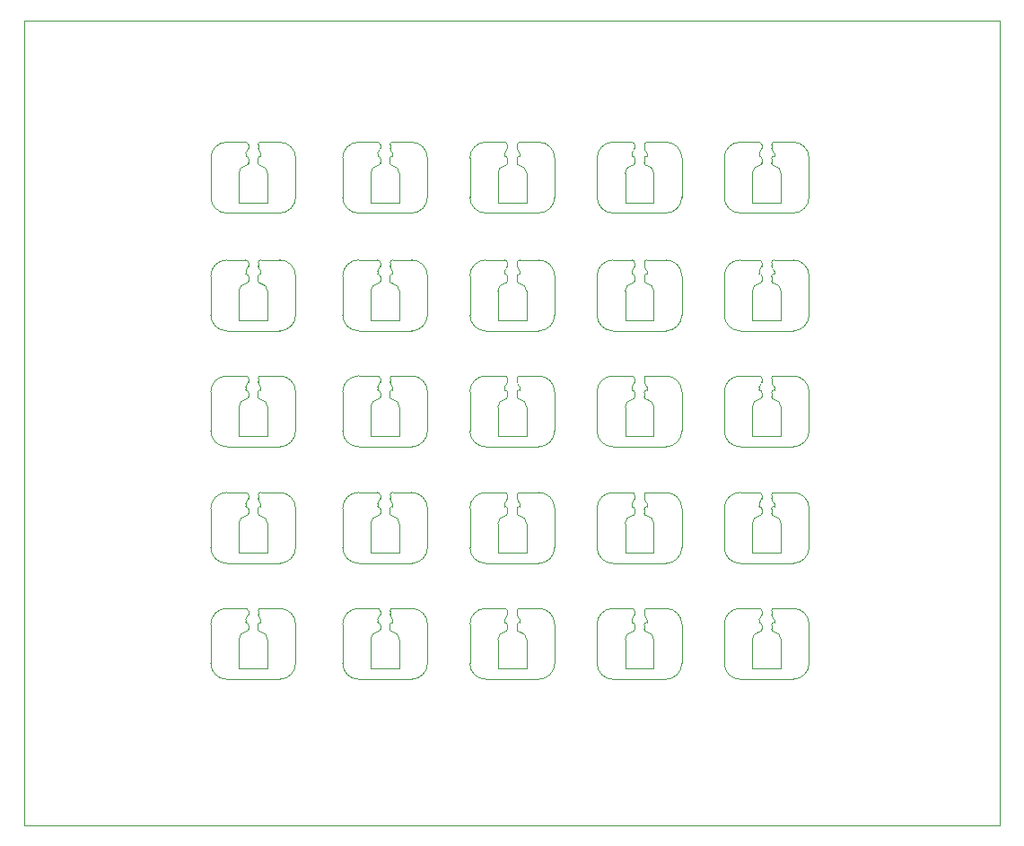
<source format=gm1>
%TF.GenerationSoftware,KiCad,Pcbnew,(6.0.0)*%
%TF.CreationDate,2022-01-23T05:48:29-08:00*%
%TF.ProjectId,headstage-64s-coax-adapter_panel,68656164-7374-4616-9765-2d3634732d63,A*%
%TF.SameCoordinates,Original*%
%TF.FileFunction,Profile,NP*%
%FSLAX46Y46*%
G04 Gerber Fmt 4.6, Leading zero omitted, Abs format (unit mm)*
G04 Created by KiCad (PCBNEW (6.0.0)) date 2022-01-23 05:48:29*
%MOMM*%
%LPD*%
G01*
G04 APERTURE LIST*
%TA.AperFunction,Profile*%
%ADD10C,0.050000*%
%TD*%
G04 APERTURE END LIST*
D10*
X183650001Y-62918479D02*
X183650001Y-63315076D01*
X185700001Y-68039340D02*
G75*
G03*
X187200001Y-66539340I-1J1500001D01*
G01*
X194606063Y-62212125D02*
G75*
G03*
X194733367Y-61930209I-178077J250115D01*
G01*
X180700001Y-68039340D02*
X185700001Y-68039340D01*
X204700001Y-68039340D02*
X209700001Y-68039340D01*
X194503554Y-63561523D02*
G75*
G03*
X194750001Y-63315076I-1J246448D01*
G01*
X207906062Y-62400000D02*
G75*
G03*
X207789949Y-62212125I-210052J-1D01*
G01*
X206733367Y-61600000D02*
G75*
G03*
X206480001Y-61350000I-250022J0D01*
G01*
X197700001Y-68039340D02*
G75*
G03*
X199200001Y-66539340I-1J1500001D01*
G01*
X171906062Y-62672032D02*
X171906062Y-62400000D01*
X203200001Y-62850000D02*
X203200001Y-66539340D01*
X181850001Y-64287259D02*
X181850001Y-67039340D01*
X182480001Y-61350000D02*
X180700001Y-61350000D01*
X171906062Y-62400000D02*
G75*
G03*
X171789949Y-62212125I-210052J-1D01*
G01*
X182750001Y-63315076D02*
X182750001Y-62918479D01*
X194480001Y-61350000D02*
X192700001Y-61350000D01*
X206606063Y-62212125D02*
G75*
G03*
X206489950Y-62400000I93939J-187876D01*
G01*
X182733367Y-61930209D02*
X182733367Y-61600000D01*
X183650001Y-63315076D02*
G75*
G03*
X183896448Y-63561523I246448J1D01*
G01*
X205850001Y-64287259D02*
X205850001Y-67039340D01*
X195662645Y-61930209D02*
G75*
G03*
X195789949Y-62212125I305381J-31801D01*
G01*
X206750001Y-62918479D02*
G75*
G03*
X206489950Y-62672032I-246803J0D01*
G01*
X208550001Y-67039340D02*
X208550001Y-64287259D01*
X207920001Y-61350000D02*
G75*
G03*
X207662645Y-61600000I-10460J-246696D01*
G01*
X204700001Y-61350000D02*
G75*
G03*
X203200001Y-62850000I1J-1500001D01*
G01*
X195650001Y-62918479D02*
X195650001Y-63315076D01*
X182503554Y-63561523D02*
G75*
G03*
X182750001Y-63315076I-1J246448D01*
G01*
X195662645Y-61600000D02*
X195662645Y-61930209D01*
X207662645Y-61600000D02*
X207662645Y-61930209D01*
X182733367Y-61600000D02*
G75*
G03*
X182480001Y-61350000I-250022J0D01*
G01*
X207910052Y-62672032D02*
G75*
G03*
X207650001Y-62918479I-13249J-246446D01*
G01*
X206733367Y-61930209D02*
X206733367Y-61600000D01*
X207906062Y-62672032D02*
X207906062Y-62400000D01*
X206750001Y-63315076D02*
X206750001Y-62918479D01*
X195920001Y-61350000D02*
G75*
G03*
X195662645Y-61600000I-10460J-246696D01*
G01*
X211200001Y-62850000D02*
G75*
G03*
X209700001Y-61350000I-1500001J-1D01*
G01*
X192700001Y-68039340D02*
X197700001Y-68039340D01*
X191200001Y-62850000D02*
X191200001Y-66539340D01*
X207650001Y-63315076D02*
G75*
G03*
X207896448Y-63561523I246448J1D01*
G01*
X194750001Y-62918479D02*
G75*
G03*
X194489950Y-62672032I-246803J0D01*
G01*
X206503554Y-63561523D02*
G75*
G03*
X205850001Y-64287259I76166J-725733D01*
G01*
X199200001Y-62850000D02*
G75*
G03*
X197700001Y-61350000I-1500001J-1D01*
G01*
X209700001Y-68039340D02*
G75*
G03*
X211200001Y-66539340I-1J1500001D01*
G01*
X194606063Y-62212125D02*
G75*
G03*
X194489950Y-62400000I93939J-187876D01*
G01*
X194503554Y-63561523D02*
G75*
G03*
X193850001Y-64287259I76166J-725733D01*
G01*
X183906062Y-62672032D02*
X183906062Y-62400000D01*
X183906062Y-62400000D02*
G75*
G03*
X183789949Y-62212125I-210052J-1D01*
G01*
X192700001Y-61350000D02*
G75*
G03*
X191200001Y-62850000I1J-1500001D01*
G01*
X182606063Y-62212125D02*
G75*
G03*
X182489950Y-62400000I93939J-187876D01*
G01*
X184550001Y-67039340D02*
X184550001Y-64287259D01*
X170503554Y-63561523D02*
G75*
G03*
X169850001Y-64287259I76166J-725733D01*
G01*
X180700001Y-61350000D02*
G75*
G03*
X179200001Y-62850000I1J-1500001D01*
G01*
X194750001Y-63315076D02*
X194750001Y-62918479D01*
X205850001Y-67039340D02*
X208550001Y-67039340D01*
X208550001Y-64287259D02*
G75*
G03*
X207896448Y-63561523I-729725J-3D01*
G01*
X183910052Y-62672032D02*
G75*
G03*
X183650001Y-62918479I-13249J-246446D01*
G01*
X158310661Y-62918479D02*
G75*
G03*
X158050610Y-62672032I-246803J0D01*
G01*
X206489950Y-62400000D02*
X206489950Y-62672032D01*
X203200001Y-66539340D02*
G75*
G03*
X204700001Y-68039340I1500001J1D01*
G01*
X183662645Y-61600000D02*
X183662645Y-61930209D01*
X158040661Y-61350000D02*
X156260661Y-61350000D01*
X175200001Y-62850000D02*
G75*
G03*
X173700001Y-61350000I-1500001J-1D01*
G01*
X158166723Y-62212125D02*
G75*
G03*
X158294027Y-61930209I-178077J250115D01*
G01*
X194489950Y-62400000D02*
X194489950Y-62672032D01*
X169850001Y-67039340D02*
X172550001Y-67039340D01*
X159210661Y-62918479D02*
X159210661Y-63315076D01*
X175200001Y-66539340D02*
X175200001Y-62850000D01*
X195906062Y-62672032D02*
X195906062Y-62400000D01*
X182606063Y-62212125D02*
G75*
G03*
X182733367Y-61930209I-178077J250115D01*
G01*
X172550001Y-67039340D02*
X172550001Y-64287259D01*
X167200001Y-66539340D02*
G75*
G03*
X168700001Y-68039340I1500001J1D01*
G01*
X185700001Y-61350000D02*
X183920001Y-61350000D01*
X197700001Y-61350000D02*
X195920001Y-61350000D01*
X172550001Y-64287259D02*
G75*
G03*
X171896448Y-63561523I-729725J-3D01*
G01*
X206480001Y-61350000D02*
X204700001Y-61350000D01*
X187200001Y-66539340D02*
X187200001Y-62850000D01*
X159466722Y-62400000D02*
G75*
G03*
X159350609Y-62212125I-210052J-1D01*
G01*
X158166723Y-62212125D02*
G75*
G03*
X158050610Y-62400000I93939J-187876D01*
G01*
X170503554Y-63561523D02*
G75*
G03*
X170750001Y-63315076I-1J246448D01*
G01*
X159223305Y-61600000D02*
X159223305Y-61930209D01*
X170750001Y-62918479D02*
G75*
G03*
X170489950Y-62672032I-246803J0D01*
G01*
X187200001Y-62850000D02*
G75*
G03*
X185700001Y-61350000I-1500001J-1D01*
G01*
X181850001Y-67039340D02*
X184550001Y-67039340D01*
X194733367Y-61600000D02*
G75*
G03*
X194480001Y-61350000I-250022J0D01*
G01*
X195906062Y-62400000D02*
G75*
G03*
X195789949Y-62212125I-210052J-1D01*
G01*
X194733367Y-61930209D02*
X194733367Y-61600000D01*
X156260661Y-61350000D02*
G75*
G03*
X154760661Y-62850000I1J-1500001D01*
G01*
X191200001Y-66539340D02*
G75*
G03*
X192700001Y-68039340I1500001J1D01*
G01*
X168700001Y-68039340D02*
X173700001Y-68039340D01*
X206503554Y-63561523D02*
G75*
G03*
X206750001Y-63315076I-1J246448D01*
G01*
X207650001Y-62918479D02*
X207650001Y-63315076D01*
X179200001Y-62850000D02*
X179200001Y-66539340D01*
X170733367Y-61930209D02*
X170733367Y-61600000D01*
X160110661Y-67039340D02*
X160110661Y-64287259D01*
X158064214Y-63561523D02*
G75*
G03*
X158310661Y-63315076I-1J246448D01*
G01*
X207662645Y-61930209D02*
G75*
G03*
X207789949Y-62212125I305381J-31801D01*
G01*
X211200001Y-66539340D02*
X211200001Y-62850000D01*
X179200001Y-66539340D02*
G75*
G03*
X180700001Y-68039340I1500001J1D01*
G01*
X193850001Y-67039340D02*
X196550001Y-67039340D01*
X171662645Y-61930209D02*
G75*
G03*
X171789949Y-62212125I305381J-31801D01*
G01*
X193850001Y-64287259D02*
X193850001Y-67039340D01*
X158294027Y-61600000D02*
G75*
G03*
X158040661Y-61350000I-250022J0D01*
G01*
X167200001Y-62850000D02*
X167200001Y-66539340D01*
X183662645Y-61930209D02*
G75*
G03*
X183789949Y-62212125I305381J-31801D01*
G01*
X154760661Y-66539340D02*
G75*
G03*
X156260661Y-68039340I1500001J1D01*
G01*
X170480001Y-61350000D02*
X168700001Y-61350000D01*
X159480661Y-61350000D02*
G75*
G03*
X159223305Y-61600000I-10460J-246696D01*
G01*
X196550001Y-67039340D02*
X196550001Y-64287259D01*
X170489950Y-62400000D02*
X170489950Y-62672032D01*
X209700001Y-61350000D02*
X207920001Y-61350000D01*
X196550001Y-64287259D02*
G75*
G03*
X195896448Y-63561523I-729725J-3D01*
G01*
X206606063Y-62212125D02*
G75*
G03*
X206733367Y-61930209I-178077J250115D01*
G01*
X160110661Y-64287259D02*
G75*
G03*
X159457108Y-63561523I-729725J-3D01*
G01*
X158310661Y-63315076D02*
X158310661Y-62918479D01*
X162760661Y-66539340D02*
X162760661Y-62850000D01*
X159210661Y-63315076D02*
G75*
G03*
X159457108Y-63561523I246448J1D01*
G01*
X171662645Y-61600000D02*
X171662645Y-61930209D01*
X173700001Y-68039340D02*
G75*
G03*
X175200001Y-66539340I-1J1500001D01*
G01*
X182750001Y-62918479D02*
G75*
G03*
X182489950Y-62672032I-246803J0D01*
G01*
X184550001Y-64287259D02*
G75*
G03*
X183896448Y-63561523I-729725J-3D01*
G01*
X171910052Y-62672032D02*
G75*
G03*
X171650001Y-62918479I-13249J-246446D01*
G01*
X158050610Y-62400000D02*
X158050610Y-62672032D01*
X158294027Y-61930209D02*
X158294027Y-61600000D01*
X183920001Y-61350000D02*
G75*
G03*
X183662645Y-61600000I-10460J-246696D01*
G01*
X159470712Y-62672032D02*
G75*
G03*
X159210661Y-62918479I-13249J-246446D01*
G01*
X170750001Y-63315076D02*
X170750001Y-62918479D01*
X170733367Y-61600000D02*
G75*
G03*
X170480001Y-61350000I-250022J0D01*
G01*
X156260661Y-68039340D02*
X161260661Y-68039340D01*
X161260661Y-61350000D02*
X159480661Y-61350000D01*
X173700001Y-61350000D02*
X171920001Y-61350000D01*
X171920001Y-61350000D02*
G75*
G03*
X171662645Y-61600000I-10460J-246696D01*
G01*
X195910052Y-62672032D02*
G75*
G03*
X195650001Y-62918479I-13249J-246446D01*
G01*
X154760661Y-62850000D02*
X154760661Y-66539340D01*
X195650001Y-63315076D02*
G75*
G03*
X195896448Y-63561523I246448J1D01*
G01*
X168700001Y-61350000D02*
G75*
G03*
X167200001Y-62850000I1J-1500001D01*
G01*
X159223305Y-61930209D02*
G75*
G03*
X159350609Y-62212125I305381J-31801D01*
G01*
X182489950Y-62400000D02*
X182489950Y-62672032D01*
X157410661Y-67039340D02*
X160110661Y-67039340D01*
X170606063Y-62212125D02*
G75*
G03*
X170489950Y-62400000I93939J-187876D01*
G01*
X182503554Y-63561523D02*
G75*
G03*
X181850001Y-64287259I76166J-725733D01*
G01*
X162760661Y-62850000D02*
G75*
G03*
X161260661Y-61350000I-1500001J-1D01*
G01*
X158064214Y-63561523D02*
G75*
G03*
X157410661Y-64287259I76166J-725733D01*
G01*
X161260661Y-68039340D02*
G75*
G03*
X162760661Y-66539340I-1J1500001D01*
G01*
X199200001Y-66539340D02*
X199200001Y-62850000D01*
X159466722Y-62672032D02*
X159466722Y-62400000D01*
X171650001Y-62918479D02*
X171650001Y-63315076D01*
X169850001Y-64287259D02*
X169850001Y-67039340D01*
X157410661Y-64287259D02*
X157410661Y-67039340D01*
X171650001Y-63315076D02*
G75*
G03*
X171896448Y-63561523I246448J1D01*
G01*
X170606063Y-62212125D02*
G75*
G03*
X170733367Y-61930209I-178077J250115D01*
G01*
X207920001Y-72471321D02*
G75*
G03*
X207662645Y-72721321I-10460J-246696D01*
G01*
X207906062Y-73521321D02*
G75*
G03*
X207789949Y-73333446I-210052J-1D01*
G01*
X195920001Y-72471321D02*
G75*
G03*
X195662645Y-72721321I-10460J-246696D01*
G01*
X206733367Y-72721321D02*
G75*
G03*
X206480001Y-72471321I-250022J0D01*
G01*
X205850001Y-75408580D02*
X205850001Y-78160661D01*
X207662645Y-72721321D02*
X207662645Y-73051530D01*
X206750001Y-74436397D02*
X206750001Y-74039800D01*
X206733367Y-73051530D02*
X206733367Y-72721321D01*
X207910052Y-73793353D02*
G75*
G03*
X207650001Y-74039800I-13249J-246446D01*
G01*
X204700001Y-79160661D02*
X209700001Y-79160661D01*
X203200001Y-73971321D02*
X203200001Y-77660661D01*
X207906062Y-73793353D02*
X207906062Y-73521321D01*
X211200001Y-73971321D02*
G75*
G03*
X209700001Y-72471321I-1500001J-1D01*
G01*
X192700001Y-72471321D02*
G75*
G03*
X191200001Y-73971321I1J-1500001D01*
G01*
X194606063Y-73333446D02*
G75*
G03*
X194489950Y-73521321I93939J-187876D01*
G01*
X182480001Y-72471321D02*
X180700001Y-72471321D01*
X207650001Y-74436397D02*
G75*
G03*
X207896448Y-74682844I246448J1D01*
G01*
X194503554Y-74682844D02*
G75*
G03*
X194750001Y-74436397I-1J246448D01*
G01*
X191200001Y-73971321D02*
X191200001Y-77660661D01*
X192700001Y-79160661D02*
X197700001Y-79160661D01*
X183650001Y-74039800D02*
X183650001Y-74436397D01*
X180700001Y-79160661D02*
X185700001Y-79160661D01*
X182733367Y-72721321D02*
G75*
G03*
X182480001Y-72471321I-250022J0D01*
G01*
X181850001Y-75408580D02*
X181850001Y-78160661D01*
X194503554Y-74682844D02*
G75*
G03*
X193850001Y-75408580I76166J-725733D01*
G01*
X194750001Y-74039800D02*
G75*
G03*
X194489950Y-73793353I-246803J0D01*
G01*
X183906062Y-73521321D02*
G75*
G03*
X183789949Y-73333446I-210052J-1D01*
G01*
X185700001Y-79160661D02*
G75*
G03*
X187200001Y-77660661I-1J1500001D01*
G01*
X171906062Y-73521321D02*
G75*
G03*
X171789949Y-73333446I-210052J-1D01*
G01*
X182750001Y-74436397D02*
X182750001Y-74039800D01*
X199200001Y-73971321D02*
G75*
G03*
X197700001Y-72471321I-1500001J-1D01*
G01*
X197700001Y-79160661D02*
G75*
G03*
X199200001Y-77660661I-1J1500001D01*
G01*
X183906062Y-73793353D02*
X183906062Y-73521321D01*
X209700001Y-79160661D02*
G75*
G03*
X211200001Y-77660661I-1J1500001D01*
G01*
X204700001Y-72471321D02*
G75*
G03*
X203200001Y-73971321I1J-1500001D01*
G01*
X206503554Y-74682844D02*
G75*
G03*
X205850001Y-75408580I76166J-725733D01*
G01*
X194606063Y-73333446D02*
G75*
G03*
X194733367Y-73051530I-178077J250115D01*
G01*
X171906062Y-73793353D02*
X171906062Y-73521321D01*
X206750001Y-74039800D02*
G75*
G03*
X206489950Y-73793353I-246803J0D01*
G01*
X206606063Y-73333446D02*
G75*
G03*
X206489950Y-73521321I93939J-187876D01*
G01*
X195662645Y-72721321D02*
X195662645Y-73051530D01*
X208550001Y-78160661D02*
X208550001Y-75408580D01*
X182733367Y-73051530D02*
X182733367Y-72721321D01*
X183650001Y-74436397D02*
G75*
G03*
X183896448Y-74682844I246448J1D01*
G01*
X194480001Y-72471321D02*
X192700001Y-72471321D01*
X182503554Y-74682844D02*
G75*
G03*
X182750001Y-74436397I-1J246448D01*
G01*
X195650001Y-74039800D02*
X195650001Y-74436397D01*
X195662645Y-73051530D02*
G75*
G03*
X195789949Y-73333446I305381J-31801D01*
G01*
X196550001Y-78160661D02*
X196550001Y-75408580D01*
X206606063Y-73333446D02*
G75*
G03*
X206733367Y-73051530I-178077J250115D01*
G01*
X184550001Y-78160661D02*
X184550001Y-75408580D01*
X207662645Y-73051530D02*
G75*
G03*
X207789949Y-73333446I305381J-31801D01*
G01*
X194750001Y-74436397D02*
X194750001Y-74039800D01*
X205850001Y-78160661D02*
X208550001Y-78160661D01*
X208550001Y-75408580D02*
G75*
G03*
X207896448Y-74682844I-729725J-3D01*
G01*
X206489950Y-73521321D02*
X206489950Y-73793353D01*
X194733367Y-72721321D02*
G75*
G03*
X194480001Y-72471321I-250022J0D01*
G01*
X182606063Y-73333446D02*
G75*
G03*
X182733367Y-73051530I-178077J250115D01*
G01*
X195906062Y-73793353D02*
X195906062Y-73521321D01*
X206503554Y-74682844D02*
G75*
G03*
X206750001Y-74436397I-1J246448D01*
G01*
X194733367Y-73051530D02*
X194733367Y-72721321D01*
X203200001Y-77660661D02*
G75*
G03*
X204700001Y-79160661I1500001J1D01*
G01*
X185700001Y-72471321D02*
X183920001Y-72471321D01*
X207650001Y-74039800D02*
X207650001Y-74436397D01*
X196550001Y-75408580D02*
G75*
G03*
X195896448Y-74682844I-729725J-3D01*
G01*
X211200001Y-77660661D02*
X211200001Y-73971321D01*
X195906062Y-73521321D02*
G75*
G03*
X195789949Y-73333446I-210052J-1D01*
G01*
X179200001Y-77660661D02*
G75*
G03*
X180700001Y-79160661I1500001J1D01*
G01*
X180700001Y-72471321D02*
G75*
G03*
X179200001Y-73971321I1J-1500001D01*
G01*
X197700001Y-72471321D02*
X195920001Y-72471321D01*
X179200001Y-73971321D02*
X179200001Y-77660661D01*
X183910052Y-73793353D02*
G75*
G03*
X183650001Y-74039800I-13249J-246446D01*
G01*
X171662645Y-73051530D02*
G75*
G03*
X171789949Y-73333446I305381J-31801D01*
G01*
X187200001Y-77660661D02*
X187200001Y-73971321D01*
X191200001Y-77660661D02*
G75*
G03*
X192700001Y-79160661I1500001J1D01*
G01*
X183662645Y-72721321D02*
X183662645Y-73051530D01*
X193850001Y-78160661D02*
X196550001Y-78160661D01*
X209700001Y-72471321D02*
X207920001Y-72471321D01*
X206480001Y-72471321D02*
X204700001Y-72471321D01*
X183662645Y-73051530D02*
G75*
G03*
X183789949Y-73333446I305381J-31801D01*
G01*
X158310661Y-74039800D02*
G75*
G03*
X158050610Y-73793353I-246803J0D01*
G01*
X170733367Y-73051530D02*
X170733367Y-72721321D01*
X194489950Y-73521321D02*
X194489950Y-73793353D01*
X167200001Y-77660661D02*
G75*
G03*
X168700001Y-79160661I1500001J1D01*
G01*
X156260661Y-72471321D02*
G75*
G03*
X154760661Y-73971321I1J-1500001D01*
G01*
X159210661Y-74039800D02*
X159210661Y-74436397D01*
X172550001Y-75408580D02*
G75*
G03*
X171896448Y-74682844I-729725J-3D01*
G01*
X159466722Y-73521321D02*
G75*
G03*
X159350609Y-73333446I-210052J-1D01*
G01*
X187200001Y-73971321D02*
G75*
G03*
X185700001Y-72471321I-1500001J-1D01*
G01*
X193850001Y-75408580D02*
X193850001Y-78160661D01*
X170480001Y-72471321D02*
X168700001Y-72471321D01*
X182606063Y-73333446D02*
G75*
G03*
X182489950Y-73521321I93939J-187876D01*
G01*
X181850001Y-78160661D02*
X184550001Y-78160661D01*
X175200001Y-77660661D02*
X175200001Y-73971321D01*
X158166723Y-73333446D02*
G75*
G03*
X158294027Y-73051530I-178077J250115D01*
G01*
X168700001Y-79160661D02*
X173700001Y-79160661D01*
X158166723Y-73333446D02*
G75*
G03*
X158050610Y-73521321I93939J-187876D01*
G01*
X170503554Y-74682844D02*
G75*
G03*
X169850001Y-75408580I76166J-725733D01*
G01*
X160110661Y-78160661D02*
X160110661Y-75408580D01*
X170503554Y-74682844D02*
G75*
G03*
X170750001Y-74436397I-1J246448D01*
G01*
X169850001Y-78160661D02*
X172550001Y-78160661D01*
X170750001Y-74039800D02*
G75*
G03*
X170489950Y-73793353I-246803J0D01*
G01*
X158040661Y-72471321D02*
X156260661Y-72471321D01*
X167200001Y-73971321D02*
X167200001Y-77660661D01*
X159480661Y-72471321D02*
G75*
G03*
X159223305Y-72721321I-10460J-246696D01*
G01*
X158064214Y-74682844D02*
G75*
G03*
X158310661Y-74436397I-1J246448D01*
G01*
X154760661Y-77660661D02*
G75*
G03*
X156260661Y-79160661I1500001J1D01*
G01*
X170489950Y-73521321D02*
X170489950Y-73793353D01*
X175200001Y-73971321D02*
G75*
G03*
X173700001Y-72471321I-1500001J-1D01*
G01*
X158294027Y-72721321D02*
G75*
G03*
X158040661Y-72471321I-250022J0D01*
G01*
X172550001Y-78160661D02*
X172550001Y-75408580D01*
X159223305Y-72721321D02*
X159223305Y-73051530D01*
X171920001Y-72471321D02*
G75*
G03*
X171662645Y-72721321I-10460J-246696D01*
G01*
X195910052Y-73793353D02*
G75*
G03*
X195650001Y-74039800I-13249J-246446D01*
G01*
X154760661Y-73971321D02*
X154760661Y-77660661D01*
X195650001Y-74436397D02*
G75*
G03*
X195896448Y-74682844I246448J1D01*
G01*
X168700001Y-72471321D02*
G75*
G03*
X167200001Y-73971321I1J-1500001D01*
G01*
X173700001Y-72471321D02*
X171920001Y-72471321D01*
X159223305Y-73051530D02*
G75*
G03*
X159350609Y-73333446I305381J-31801D01*
G01*
X182489950Y-73521321D02*
X182489950Y-73793353D01*
X170606063Y-73333446D02*
G75*
G03*
X170489950Y-73521321I93939J-187876D01*
G01*
X182503554Y-74682844D02*
G75*
G03*
X181850001Y-75408580I76166J-725733D01*
G01*
X158064214Y-74682844D02*
G75*
G03*
X157410661Y-75408580I76166J-725733D01*
G01*
X157410661Y-78160661D02*
X160110661Y-78160661D01*
X169850001Y-75408580D02*
X169850001Y-78160661D01*
X170606063Y-73333446D02*
G75*
G03*
X170733367Y-73051530I-178077J250115D01*
G01*
X199200001Y-77660661D02*
X199200001Y-73971321D01*
X182750001Y-74039800D02*
G75*
G03*
X182489950Y-73793353I-246803J0D01*
G01*
X171662645Y-72721321D02*
X171662645Y-73051530D01*
X171910052Y-73793353D02*
G75*
G03*
X171650001Y-74039800I-13249J-246446D01*
G01*
X183920001Y-72471321D02*
G75*
G03*
X183662645Y-72721321I-10460J-246696D01*
G01*
X184550001Y-75408580D02*
G75*
G03*
X183896448Y-74682844I-729725J-3D01*
G01*
X171650001Y-74436397D02*
G75*
G03*
X171896448Y-74682844I246448J1D01*
G01*
X173700001Y-79160661D02*
G75*
G03*
X175200001Y-77660661I-1J1500001D01*
G01*
X170750001Y-74436397D02*
X170750001Y-74039800D01*
X170733367Y-72721321D02*
G75*
G03*
X170480001Y-72471321I-250022J0D01*
G01*
X159466722Y-73793353D02*
X159466722Y-73521321D01*
X158294027Y-73051530D02*
X158294027Y-72721321D01*
X157410661Y-75408580D02*
X157410661Y-78160661D01*
X171650001Y-74039800D02*
X171650001Y-74436397D01*
X156260661Y-79160661D02*
X161260661Y-79160661D01*
X162760661Y-73971321D02*
G75*
G03*
X161260661Y-72471321I-1500001J-1D01*
G01*
X159470712Y-73793353D02*
G75*
G03*
X159210661Y-74039800I-13249J-246446D01*
G01*
X161260661Y-79160661D02*
G75*
G03*
X162760661Y-77660661I-1J1500001D01*
G01*
X158050610Y-73521321D02*
X158050610Y-73793353D01*
X192700000Y-83410660D02*
G75*
G03*
X191200000Y-84910660I1J-1500001D01*
G01*
X195920000Y-83410660D02*
G75*
G03*
X195662644Y-83660660I-10460J-246696D01*
G01*
X194606062Y-84272785D02*
G75*
G03*
X194489949Y-84460660I93939J-187876D01*
G01*
X207906061Y-84460660D02*
G75*
G03*
X207789948Y-84272785I-210052J-1D01*
G01*
X206733366Y-83990869D02*
X206733366Y-83660660D01*
X204700000Y-90100000D02*
X209700000Y-90100000D01*
X205850000Y-86347919D02*
X205850000Y-89100000D01*
X207910051Y-84732692D02*
G75*
G03*
X207650000Y-84979139I-13249J-246446D01*
G01*
X211200000Y-84910660D02*
G75*
G03*
X209700000Y-83410660I-1500001J-1D01*
G01*
X206750000Y-85375736D02*
X206750000Y-84979139D01*
X207662644Y-83660660D02*
X207662644Y-83990869D01*
X206733366Y-83660660D02*
G75*
G03*
X206480000Y-83410660I-250022J0D01*
G01*
X207920000Y-83410660D02*
G75*
G03*
X207662644Y-83660660I-10460J-246696D01*
G01*
X207906061Y-84732692D02*
X207906061Y-84460660D01*
X203200000Y-84910660D02*
X203200000Y-88600000D01*
X204700000Y-83410660D02*
G75*
G03*
X203200000Y-84910660I1J-1500001D01*
G01*
X161260661Y-72471321D02*
X159480661Y-72471321D01*
X159210661Y-74436397D02*
G75*
G03*
X159457108Y-74682844I246448J1D01*
G01*
X206503553Y-85622183D02*
G75*
G03*
X205850000Y-86347919I76166J-725733D01*
G01*
X207662644Y-83990869D02*
G75*
G03*
X207789948Y-84272785I305381J-31801D01*
G01*
X205850000Y-89100000D02*
X208550000Y-89100000D01*
X206750000Y-84979139D02*
G75*
G03*
X206489949Y-84732692I-246803J0D01*
G01*
X208550000Y-86347919D02*
G75*
G03*
X207896447Y-85622183I-729725J-3D01*
G01*
X206489949Y-84460660D02*
X206489949Y-84732692D01*
X206606062Y-84272785D02*
G75*
G03*
X206489949Y-84460660I93939J-187876D01*
G01*
X194733366Y-83660660D02*
G75*
G03*
X194480000Y-83410660I-250022J0D01*
G01*
X195906061Y-84732692D02*
X195906061Y-84460660D01*
X162760661Y-77660661D02*
X162760661Y-73971321D01*
X206503553Y-85622183D02*
G75*
G03*
X206750000Y-85375736I-1J246448D01*
G01*
X203200000Y-88600000D02*
G75*
G03*
X204700000Y-90100000I1500001J1D01*
G01*
X195662644Y-83660660D02*
X195662644Y-83990869D01*
X195662644Y-83990869D02*
G75*
G03*
X195789948Y-84272785I305381J-31801D01*
G01*
X195906061Y-84460660D02*
G75*
G03*
X195789948Y-84272785I-210052J-1D01*
G01*
X209700000Y-83410660D02*
X207920000Y-83410660D01*
X208550000Y-89100000D02*
X208550000Y-86347919D01*
X207650000Y-84979139D02*
X207650000Y-85375736D01*
X206480000Y-83410660D02*
X204700000Y-83410660D01*
X209700000Y-90100000D02*
G75*
G03*
X211200000Y-88600000I-1J1500001D01*
G01*
X211200000Y-88600000D02*
X211200000Y-84910660D01*
X207650000Y-85375736D02*
G75*
G03*
X207896447Y-85622183I246448J1D01*
G01*
X194733366Y-83990869D02*
X194733366Y-83660660D01*
X206606062Y-84272785D02*
G75*
G03*
X206733366Y-83990869I-178077J250115D01*
G01*
X160110661Y-75408580D02*
G75*
G03*
X159457108Y-74682844I-729725J-3D01*
G01*
X158310661Y-74436397D02*
X158310661Y-74039800D01*
X183650000Y-85375736D02*
G75*
G03*
X183896447Y-85622183I246448J1D01*
G01*
X194503553Y-85622183D02*
G75*
G03*
X194750000Y-85375736I-1J246448D01*
G01*
X191200000Y-84910660D02*
X191200000Y-88600000D01*
X179200000Y-88600000D02*
G75*
G03*
X180700000Y-90100000I1500001J1D01*
G01*
X194750000Y-85375736D02*
X194750000Y-84979139D01*
X193850000Y-89100000D02*
X196550000Y-89100000D01*
X192700000Y-90100000D02*
X197700000Y-90100000D01*
X183650000Y-84979139D02*
X183650000Y-85375736D01*
X180700000Y-90100000D02*
X185700000Y-90100000D01*
X196550000Y-86347919D02*
G75*
G03*
X195896447Y-85622183I-729725J-3D01*
G01*
X185700000Y-83410660D02*
X183920000Y-83410660D01*
X182733366Y-83660660D02*
G75*
G03*
X182480000Y-83410660I-250022J0D01*
G01*
X182733366Y-83990869D02*
X182733366Y-83660660D01*
X180700000Y-83410660D02*
G75*
G03*
X179200000Y-84910660I1J-1500001D01*
G01*
X195650000Y-84979139D02*
X195650000Y-85375736D01*
X191200000Y-88600000D02*
G75*
G03*
X192700000Y-90100000I1500001J1D01*
G01*
X197700000Y-83410660D02*
X195920000Y-83410660D01*
X181850000Y-86347919D02*
X181850000Y-89100000D01*
X194503553Y-85622183D02*
G75*
G03*
X193850000Y-86347919I76166J-725733D01*
G01*
X194750000Y-84979139D02*
G75*
G03*
X194489949Y-84732692I-246803J0D01*
G01*
X197700000Y-90100000D02*
G75*
G03*
X199200000Y-88600000I-1J1500001D01*
G01*
X183906061Y-84460660D02*
G75*
G03*
X183789948Y-84272785I-210052J-1D01*
G01*
X182606062Y-84272785D02*
G75*
G03*
X182733366Y-83990869I-178077J250115D01*
G01*
X171662644Y-83990869D02*
G75*
G03*
X171789948Y-84272785I305381J-31801D01*
G01*
X182480000Y-83410660D02*
X180700000Y-83410660D01*
X183910051Y-84732692D02*
G75*
G03*
X183650000Y-84979139I-13249J-246446D01*
G01*
X185700000Y-90100000D02*
G75*
G03*
X187200000Y-88600000I-1J1500001D01*
G01*
X187200000Y-88600000D02*
X187200000Y-84910660D01*
X171906061Y-84460660D02*
G75*
G03*
X171789948Y-84272785I-210052J-1D01*
G01*
X182503553Y-85622183D02*
G75*
G03*
X182750000Y-85375736I-1J246448D01*
G01*
X184550000Y-89100000D02*
X184550000Y-86347919D01*
X194606062Y-84272785D02*
G75*
G03*
X194733366Y-83990869I-178077J250115D01*
G01*
X196550000Y-89100000D02*
X196550000Y-86347919D01*
X179200000Y-84910660D02*
X179200000Y-88600000D01*
X194480000Y-83410660D02*
X192700000Y-83410660D01*
X171906061Y-84732692D02*
X171906061Y-84460660D01*
X183906061Y-84732692D02*
X183906061Y-84460660D01*
X183662644Y-83660660D02*
X183662644Y-83990869D01*
X182750000Y-85375736D02*
X182750000Y-84979139D01*
X199200000Y-84910660D02*
G75*
G03*
X197700000Y-83410660I-1500001J-1D01*
G01*
X171920000Y-83410660D02*
G75*
G03*
X171662644Y-83660660I-10460J-246696D01*
G01*
X195650000Y-85375736D02*
G75*
G03*
X195896447Y-85622183I246448J1D01*
G01*
X182489949Y-84460660D02*
X182489949Y-84732692D01*
X199200000Y-88600000D02*
X199200000Y-84910660D01*
X171662644Y-83660660D02*
X171662644Y-83990869D01*
X183662644Y-83990869D02*
G75*
G03*
X183789948Y-84272785I305381J-31801D01*
G01*
X170733366Y-83990869D02*
X170733366Y-83660660D01*
X183920000Y-83410660D02*
G75*
G03*
X183662644Y-83660660I-10460J-246696D01*
G01*
X170606062Y-84272785D02*
G75*
G03*
X170489949Y-84460660I93939J-187876D01*
G01*
X182503553Y-85622183D02*
G75*
G03*
X181850000Y-86347919I76166J-725733D01*
G01*
X184550000Y-86347919D02*
G75*
G03*
X183896447Y-85622183I-729725J-3D01*
G01*
X194489949Y-84460660D02*
X194489949Y-84732692D01*
X182750000Y-84979139D02*
G75*
G03*
X182489949Y-84732692I-246803J0D01*
G01*
X187200000Y-84910660D02*
G75*
G03*
X185700000Y-83410660I-1500001J-1D01*
G01*
X193850000Y-86347919D02*
X193850000Y-89100000D01*
X195910051Y-84732692D02*
G75*
G03*
X195650000Y-84979139I-13249J-246446D01*
G01*
X182606062Y-84272785D02*
G75*
G03*
X182489949Y-84460660I93939J-187876D01*
G01*
X181850000Y-89100000D02*
X184550000Y-89100000D01*
X168700000Y-83410660D02*
G75*
G03*
X167200000Y-84910660I1J-1500001D01*
G01*
X170733366Y-83660660D02*
G75*
G03*
X170480000Y-83410660I-250022J0D01*
G01*
X170480000Y-83410660D02*
X168700000Y-83410660D01*
X170503553Y-85622183D02*
G75*
G03*
X170750000Y-85375736I-1J246448D01*
G01*
X170606062Y-84272785D02*
G75*
G03*
X170733366Y-83990869I-178077J250115D01*
G01*
X175200000Y-88600000D02*
X175200000Y-84910660D01*
X169850000Y-89100000D02*
X172550000Y-89100000D01*
X169850000Y-86347919D02*
X169850000Y-89100000D01*
X168700000Y-90100000D02*
X173700000Y-90100000D01*
X171650000Y-84979139D02*
X171650000Y-85375736D01*
X167200000Y-88600000D02*
G75*
G03*
X168700000Y-90100000I1500001J1D01*
G01*
X170503553Y-85622183D02*
G75*
G03*
X169850000Y-86347919I76166J-725733D01*
G01*
X170750000Y-84979139D02*
G75*
G03*
X170489949Y-84732692I-246803J0D01*
G01*
X171910051Y-84732692D02*
G75*
G03*
X171650000Y-84979139I-13249J-246446D01*
G01*
X173700000Y-90100000D02*
G75*
G03*
X175200000Y-88600000I-1J1500001D01*
G01*
X170489949Y-84460660D02*
X170489949Y-84732692D01*
X171650000Y-85375736D02*
G75*
G03*
X171896447Y-85622183I246448J1D01*
G01*
X172550000Y-86347919D02*
G75*
G03*
X171896447Y-85622183I-729725J-3D01*
G01*
X170750000Y-85375736D02*
X170750000Y-84979139D01*
X172550000Y-89100000D02*
X172550000Y-86347919D01*
X167200000Y-84910660D02*
X167200000Y-88600000D01*
X175200000Y-84910660D02*
G75*
G03*
X173700000Y-83410660I-1500001J-1D01*
G01*
X173700000Y-83410660D02*
X171920000Y-83410660D01*
X159223304Y-83660660D02*
X159223304Y-83990869D01*
X159223304Y-83990869D02*
G75*
G03*
X159350608Y-84272785I305381J-31801D01*
G01*
X158294026Y-83660660D02*
G75*
G03*
X158040660Y-83410660I-250022J0D01*
G01*
X159466721Y-84460660D02*
G75*
G03*
X159350608Y-84272785I-210052J-1D01*
G01*
X159480660Y-83410660D02*
G75*
G03*
X159223304Y-83660660I-10460J-246696D01*
G01*
X159466721Y-84732692D02*
X159466721Y-84460660D01*
X158166722Y-84272785D02*
G75*
G03*
X158050609Y-84460660I93939J-187876D01*
G01*
X158294026Y-83990869D02*
X158294026Y-83660660D01*
X156260660Y-83410660D02*
G75*
G03*
X154760660Y-84910660I1J-1500001D01*
G01*
X158064213Y-85622183D02*
G75*
G03*
X158310660Y-85375736I-1J246448D01*
G01*
X158166722Y-84272785D02*
G75*
G03*
X158294026Y-83990869I-178077J250115D01*
G01*
X157410660Y-86347919D02*
X157410660Y-89100000D01*
X159210660Y-84979139D02*
X159210660Y-85375736D01*
X154760660Y-88600000D02*
G75*
G03*
X156260660Y-90100000I1500001J1D01*
G01*
X157410660Y-89100000D02*
X160110660Y-89100000D01*
X160110660Y-89100000D02*
X160110660Y-86347919D01*
X158040660Y-83410660D02*
X156260660Y-83410660D01*
X158064213Y-85622183D02*
G75*
G03*
X157410660Y-86347919I76166J-725733D01*
G01*
X158310660Y-84979139D02*
G75*
G03*
X158050609Y-84732692I-246803J0D01*
G01*
X154760660Y-84910660D02*
X154760660Y-88600000D01*
X156260660Y-90100000D02*
X161260660Y-90100000D01*
X162760660Y-84910660D02*
G75*
G03*
X161260660Y-83410660I-1500001J-1D01*
G01*
X159470711Y-84732692D02*
G75*
G03*
X159210660Y-84979139I-13249J-246446D01*
G01*
X161260660Y-90100000D02*
G75*
G03*
X162760660Y-88600000I-1J1500001D01*
G01*
X161260660Y-83410660D02*
X159480660Y-83410660D01*
X159210660Y-85375736D02*
G75*
G03*
X159457107Y-85622183I246448J1D01*
G01*
X160110660Y-86347919D02*
G75*
G03*
X159457107Y-85622183I-729725J-3D01*
G01*
X158310660Y-85375736D02*
X158310660Y-84979139D01*
X162760660Y-88600000D02*
X162760660Y-84910660D01*
X158050609Y-84460660D02*
X158050609Y-84732692D01*
X192700000Y-94410661D02*
G75*
G03*
X191200000Y-95910661I1J-1500001D01*
G01*
X195920000Y-94410661D02*
G75*
G03*
X195662644Y-94660661I-10460J-246696D01*
G01*
X194606062Y-95272786D02*
G75*
G03*
X194489949Y-95460661I93939J-187876D01*
G01*
X207906061Y-95460661D02*
G75*
G03*
X207789948Y-95272786I-210052J-1D01*
G01*
X206733366Y-94990870D02*
X206733366Y-94660661D01*
X204700000Y-101100001D02*
X209700000Y-101100001D01*
X205850000Y-97347920D02*
X205850000Y-100100001D01*
X207910051Y-95732693D02*
G75*
G03*
X207650000Y-95979140I-13249J-246446D01*
G01*
X211200000Y-95910661D02*
G75*
G03*
X209700000Y-94410661I-1500001J-1D01*
G01*
X206750000Y-96375737D02*
X206750000Y-95979140D01*
X207662644Y-94660661D02*
X207662644Y-94990870D01*
X206733366Y-94660661D02*
G75*
G03*
X206480000Y-94410661I-250022J0D01*
G01*
X207920000Y-94410661D02*
G75*
G03*
X207662644Y-94660661I-10460J-246696D01*
G01*
X207906061Y-95732693D02*
X207906061Y-95460661D01*
X203200000Y-95910661D02*
X203200000Y-99600001D01*
X204700000Y-94410661D02*
G75*
G03*
X203200000Y-95910661I1J-1500001D01*
G01*
X206503553Y-96622184D02*
G75*
G03*
X205850000Y-97347920I76166J-725733D01*
G01*
X207662644Y-94990870D02*
G75*
G03*
X207789948Y-95272786I305381J-31801D01*
G01*
X205850000Y-100100001D02*
X208550000Y-100100001D01*
X206750000Y-95979140D02*
G75*
G03*
X206489949Y-95732693I-246803J0D01*
G01*
X208550000Y-97347920D02*
G75*
G03*
X207896447Y-96622184I-729725J-3D01*
G01*
X206489949Y-95460661D02*
X206489949Y-95732693D01*
X206606062Y-95272786D02*
G75*
G03*
X206489949Y-95460661I93939J-187876D01*
G01*
X194733366Y-94660661D02*
G75*
G03*
X194480000Y-94410661I-250022J0D01*
G01*
X195906061Y-95732693D02*
X195906061Y-95460661D01*
X206503553Y-96622184D02*
G75*
G03*
X206750000Y-96375737I-1J246448D01*
G01*
X203200000Y-99600001D02*
G75*
G03*
X204700000Y-101100001I1500001J1D01*
G01*
X195662644Y-94660661D02*
X195662644Y-94990870D01*
X195662644Y-94990870D02*
G75*
G03*
X195789948Y-95272786I305381J-31801D01*
G01*
X195906061Y-95460661D02*
G75*
G03*
X195789948Y-95272786I-210052J-1D01*
G01*
X209700000Y-94410661D02*
X207920000Y-94410661D01*
X208550000Y-100100001D02*
X208550000Y-97347920D01*
X207650000Y-95979140D02*
X207650000Y-96375737D01*
X206480000Y-94410661D02*
X204700000Y-94410661D01*
X209700000Y-101100001D02*
G75*
G03*
X211200000Y-99600001I-1J1500001D01*
G01*
X211200000Y-99600001D02*
X211200000Y-95910661D01*
X207650000Y-96375737D02*
G75*
G03*
X207896447Y-96622184I246448J1D01*
G01*
X194733366Y-94990870D02*
X194733366Y-94660661D01*
X206606062Y-95272786D02*
G75*
G03*
X206733366Y-94990870I-178077J250115D01*
G01*
X183650000Y-96375737D02*
G75*
G03*
X183896447Y-96622184I246448J1D01*
G01*
X194503553Y-96622184D02*
G75*
G03*
X194750000Y-96375737I-1J246448D01*
G01*
X191200000Y-95910661D02*
X191200000Y-99600001D01*
X179200000Y-99600001D02*
G75*
G03*
X180700000Y-101100001I1500001J1D01*
G01*
X194750000Y-96375737D02*
X194750000Y-95979140D01*
X193850000Y-100100001D02*
X196550000Y-100100001D01*
X192700000Y-101100001D02*
X197700000Y-101100001D01*
X183650000Y-95979140D02*
X183650000Y-96375737D01*
X180700000Y-101100001D02*
X185700000Y-101100001D01*
X196550000Y-97347920D02*
G75*
G03*
X195896447Y-96622184I-729725J-3D01*
G01*
X185700000Y-94410661D02*
X183920000Y-94410661D01*
X182733366Y-94660661D02*
G75*
G03*
X182480000Y-94410661I-250022J0D01*
G01*
X182733366Y-94990870D02*
X182733366Y-94660661D01*
X180700000Y-94410661D02*
G75*
G03*
X179200000Y-95910661I1J-1500001D01*
G01*
X195650000Y-95979140D02*
X195650000Y-96375737D01*
X191200000Y-99600001D02*
G75*
G03*
X192700000Y-101100001I1500001J1D01*
G01*
X197700000Y-94410661D02*
X195920000Y-94410661D01*
X181850000Y-97347920D02*
X181850000Y-100100001D01*
X194503553Y-96622184D02*
G75*
G03*
X193850000Y-97347920I76166J-725733D01*
G01*
X194750000Y-95979140D02*
G75*
G03*
X194489949Y-95732693I-246803J0D01*
G01*
X197700000Y-101100001D02*
G75*
G03*
X199200000Y-99600001I-1J1500001D01*
G01*
X183906061Y-95460661D02*
G75*
G03*
X183789948Y-95272786I-210052J-1D01*
G01*
X182606062Y-95272786D02*
G75*
G03*
X182733366Y-94990870I-178077J250115D01*
G01*
X171662644Y-94990870D02*
G75*
G03*
X171789948Y-95272786I305381J-31801D01*
G01*
X182480000Y-94410661D02*
X180700000Y-94410661D01*
X183910051Y-95732693D02*
G75*
G03*
X183650000Y-95979140I-13249J-246446D01*
G01*
X185700000Y-101100001D02*
G75*
G03*
X187200000Y-99600001I-1J1500001D01*
G01*
X187200000Y-99600001D02*
X187200000Y-95910661D01*
X171906061Y-95460661D02*
G75*
G03*
X171789948Y-95272786I-210052J-1D01*
G01*
X182503553Y-96622184D02*
G75*
G03*
X182750000Y-96375737I-1J246448D01*
G01*
X184550000Y-100100001D02*
X184550000Y-97347920D01*
X194606062Y-95272786D02*
G75*
G03*
X194733366Y-94990870I-178077J250115D01*
G01*
X196550000Y-100100001D02*
X196550000Y-97347920D01*
X179200000Y-95910661D02*
X179200000Y-99600001D01*
X194480000Y-94410661D02*
X192700000Y-94410661D01*
X171906061Y-95732693D02*
X171906061Y-95460661D01*
X183906061Y-95732693D02*
X183906061Y-95460661D01*
X183662644Y-94660661D02*
X183662644Y-94990870D01*
X182750000Y-96375737D02*
X182750000Y-95979140D01*
X199200000Y-95910661D02*
G75*
G03*
X197700000Y-94410661I-1500001J-1D01*
G01*
X171920000Y-94410661D02*
G75*
G03*
X171662644Y-94660661I-10460J-246696D01*
G01*
X195650000Y-96375737D02*
G75*
G03*
X195896447Y-96622184I246448J1D01*
G01*
X182489949Y-95460661D02*
X182489949Y-95732693D01*
X199200000Y-99600001D02*
X199200000Y-95910661D01*
X171662644Y-94660661D02*
X171662644Y-94990870D01*
X183662644Y-94990870D02*
G75*
G03*
X183789948Y-95272786I305381J-31801D01*
G01*
X170733366Y-94990870D02*
X170733366Y-94660661D01*
X183920000Y-94410661D02*
G75*
G03*
X183662644Y-94660661I-10460J-246696D01*
G01*
X170606062Y-95272786D02*
G75*
G03*
X170489949Y-95460661I93939J-187876D01*
G01*
X182503553Y-96622184D02*
G75*
G03*
X181850000Y-97347920I76166J-725733D01*
G01*
X184550000Y-97347920D02*
G75*
G03*
X183896447Y-96622184I-729725J-3D01*
G01*
X194489949Y-95460661D02*
X194489949Y-95732693D01*
X182750000Y-95979140D02*
G75*
G03*
X182489949Y-95732693I-246803J0D01*
G01*
X187200000Y-95910661D02*
G75*
G03*
X185700000Y-94410661I-1500001J-1D01*
G01*
X193850000Y-97347920D02*
X193850000Y-100100001D01*
X195910051Y-95732693D02*
G75*
G03*
X195650000Y-95979140I-13249J-246446D01*
G01*
X182606062Y-95272786D02*
G75*
G03*
X182489949Y-95460661I93939J-187876D01*
G01*
X181850000Y-100100001D02*
X184550000Y-100100001D01*
X168700000Y-94410661D02*
G75*
G03*
X167200000Y-95910661I1J-1500001D01*
G01*
X170733366Y-94660661D02*
G75*
G03*
X170480000Y-94410661I-250022J0D01*
G01*
X170480000Y-94410661D02*
X168700000Y-94410661D01*
X170503553Y-96622184D02*
G75*
G03*
X170750000Y-96375737I-1J246448D01*
G01*
X170606062Y-95272786D02*
G75*
G03*
X170733366Y-94990870I-178077J250115D01*
G01*
X175200000Y-99600001D02*
X175200000Y-95910661D01*
X169850000Y-100100001D02*
X172550000Y-100100001D01*
X169850000Y-97347920D02*
X169850000Y-100100001D01*
X168700000Y-101100001D02*
X173700000Y-101100001D01*
X171650000Y-95979140D02*
X171650000Y-96375737D01*
X167200000Y-99600001D02*
G75*
G03*
X168700000Y-101100001I1500001J1D01*
G01*
X170503553Y-96622184D02*
G75*
G03*
X169850000Y-97347920I76166J-725733D01*
G01*
X170750000Y-95979140D02*
G75*
G03*
X170489949Y-95732693I-246803J0D01*
G01*
X171910051Y-95732693D02*
G75*
G03*
X171650000Y-95979140I-13249J-246446D01*
G01*
X173700000Y-101100001D02*
G75*
G03*
X175200000Y-99600001I-1J1500001D01*
G01*
X170489949Y-95460661D02*
X170489949Y-95732693D01*
X171650000Y-96375737D02*
G75*
G03*
X171896447Y-96622184I246448J1D01*
G01*
X172550000Y-97347920D02*
G75*
G03*
X171896447Y-96622184I-729725J-3D01*
G01*
X170750000Y-96375737D02*
X170750000Y-95979140D01*
X172550000Y-100100001D02*
X172550000Y-97347920D01*
X167200000Y-95910661D02*
X167200000Y-99600001D01*
X175200000Y-95910661D02*
G75*
G03*
X173700000Y-94410661I-1500001J-1D01*
G01*
X173700000Y-94410661D02*
X171920000Y-94410661D01*
X159223304Y-94660661D02*
X159223304Y-94990870D01*
X159223304Y-94990870D02*
G75*
G03*
X159350608Y-95272786I305381J-31801D01*
G01*
X158294026Y-94660661D02*
G75*
G03*
X158040660Y-94410661I-250022J0D01*
G01*
X159466721Y-95460661D02*
G75*
G03*
X159350608Y-95272786I-210052J-1D01*
G01*
X159480660Y-94410661D02*
G75*
G03*
X159223304Y-94660661I-10460J-246696D01*
G01*
X159466721Y-95732693D02*
X159466721Y-95460661D01*
X158166722Y-95272786D02*
G75*
G03*
X158050609Y-95460661I93939J-187876D01*
G01*
X158294026Y-94990870D02*
X158294026Y-94660661D01*
X156260660Y-94410661D02*
G75*
G03*
X154760660Y-95910661I1J-1500001D01*
G01*
X158064213Y-96622184D02*
G75*
G03*
X158310660Y-96375737I-1J246448D01*
G01*
X158166722Y-95272786D02*
G75*
G03*
X158294026Y-94990870I-178077J250115D01*
G01*
X157410660Y-97347920D02*
X157410660Y-100100001D01*
X159210660Y-95979140D02*
X159210660Y-96375737D01*
X154760660Y-99600001D02*
G75*
G03*
X156260660Y-101100001I1500001J1D01*
G01*
X157410660Y-100100001D02*
X160110660Y-100100001D01*
X160110660Y-100100001D02*
X160110660Y-97347920D01*
X158040660Y-94410661D02*
X156260660Y-94410661D01*
X158064213Y-96622184D02*
G75*
G03*
X157410660Y-97347920I76166J-725733D01*
G01*
X158310660Y-95979140D02*
G75*
G03*
X158050609Y-95732693I-246803J0D01*
G01*
X154760660Y-95910661D02*
X154760660Y-99600001D01*
X156260660Y-101100001D02*
X161260660Y-101100001D01*
X162760660Y-95910661D02*
G75*
G03*
X161260660Y-94410661I-1500001J-1D01*
G01*
X159470711Y-95732693D02*
G75*
G03*
X159210660Y-95979140I-13249J-246446D01*
G01*
X161260660Y-101100001D02*
G75*
G03*
X162760660Y-99600001I-1J1500001D01*
G01*
X161260660Y-94410661D02*
X159480660Y-94410661D01*
X159210660Y-96375737D02*
G75*
G03*
X159457107Y-96622184I246448J1D01*
G01*
X160110660Y-97347920D02*
G75*
G03*
X159457107Y-96622184I-729725J-3D01*
G01*
X158310660Y-96375737D02*
X158310660Y-95979140D01*
X162760660Y-99600001D02*
X162760660Y-95910661D01*
X158050609Y-95460661D02*
X158050609Y-95732693D01*
X207662643Y-105600000D02*
X207662643Y-105930209D01*
X207662643Y-105930209D02*
G75*
G03*
X207789947Y-106212125I305381J-31801D01*
G01*
X206733365Y-105600000D02*
G75*
G03*
X206479999Y-105350000I-250022J0D01*
G01*
X207906060Y-106400000D02*
G75*
G03*
X207789947Y-106212125I-210052J-1D01*
G01*
X207919999Y-105350000D02*
G75*
G03*
X207662643Y-105600000I-10460J-246696D01*
G01*
X207906060Y-106672032D02*
X207906060Y-106400000D01*
X206606061Y-106212125D02*
G75*
G03*
X206489948Y-106400000I93939J-187876D01*
G01*
X206733365Y-105930209D02*
X206733365Y-105600000D01*
X204699999Y-105350000D02*
G75*
G03*
X203199999Y-106850000I1J-1500001D01*
G01*
X206503552Y-107561523D02*
G75*
G03*
X206749999Y-107315076I-1J246448D01*
G01*
X206606061Y-106212125D02*
G75*
G03*
X206733365Y-105930209I-178077J250115D01*
G01*
X205849999Y-108287259D02*
X205849999Y-111039340D01*
X207649999Y-106918479D02*
X207649999Y-107315076D01*
X203199999Y-110539340D02*
G75*
G03*
X204699999Y-112039340I1500001J1D01*
G01*
X205849999Y-111039340D02*
X208549999Y-111039340D01*
X208549999Y-111039340D02*
X208549999Y-108287259D01*
X206479999Y-105350000D02*
X204699999Y-105350000D01*
X206503552Y-107561523D02*
G75*
G03*
X205849999Y-108287259I76166J-725733D01*
G01*
X206749999Y-106918479D02*
G75*
G03*
X206489948Y-106672032I-246803J0D01*
G01*
X203199999Y-106850000D02*
X203199999Y-110539340D01*
X204699999Y-112039340D02*
X209699999Y-112039340D01*
X211199999Y-106850000D02*
G75*
G03*
X209699999Y-105350000I-1500001J-1D01*
G01*
X207910050Y-106672032D02*
G75*
G03*
X207649999Y-106918479I-13249J-246446D01*
G01*
X209699999Y-112039340D02*
G75*
G03*
X211199999Y-110539340I-1J1500001D01*
G01*
X209699999Y-105350000D02*
X207919999Y-105350000D01*
X207649999Y-107315076D02*
G75*
G03*
X207896446Y-107561523I246448J1D01*
G01*
X208549999Y-108287259D02*
G75*
G03*
X207896446Y-107561523I-729725J-3D01*
G01*
X206749999Y-107315076D02*
X206749999Y-106918479D01*
X211199999Y-110539340D02*
X211199999Y-106850000D01*
X206489948Y-106400000D02*
X206489948Y-106672032D01*
X195662643Y-105600000D02*
X195662643Y-105930209D01*
X195662643Y-105930209D02*
G75*
G03*
X195789947Y-106212125I305381J-31801D01*
G01*
X194733365Y-105600000D02*
G75*
G03*
X194479999Y-105350000I-250022J0D01*
G01*
X195906060Y-106400000D02*
G75*
G03*
X195789947Y-106212125I-210052J-1D01*
G01*
X195919999Y-105350000D02*
G75*
G03*
X195662643Y-105600000I-10460J-246696D01*
G01*
X195906060Y-106672032D02*
X195906060Y-106400000D01*
X194606061Y-106212125D02*
G75*
G03*
X194489948Y-106400000I93939J-187876D01*
G01*
X194733365Y-105930209D02*
X194733365Y-105600000D01*
X192699999Y-105350000D02*
G75*
G03*
X191199999Y-106850000I1J-1500001D01*
G01*
X194503552Y-107561523D02*
G75*
G03*
X194749999Y-107315076I-1J246448D01*
G01*
X194606061Y-106212125D02*
G75*
G03*
X194733365Y-105930209I-178077J250115D01*
G01*
X193849999Y-108287259D02*
X193849999Y-111039340D01*
X195649999Y-106918479D02*
X195649999Y-107315076D01*
X191199999Y-110539340D02*
G75*
G03*
X192699999Y-112039340I1500001J1D01*
G01*
X193849999Y-111039340D02*
X196549999Y-111039340D01*
X196549999Y-111039340D02*
X196549999Y-108287259D01*
X194479999Y-105350000D02*
X192699999Y-105350000D01*
X194503552Y-107561523D02*
G75*
G03*
X193849999Y-108287259I76166J-725733D01*
G01*
X194749999Y-106918479D02*
G75*
G03*
X194489948Y-106672032I-246803J0D01*
G01*
X191199999Y-106850000D02*
X191199999Y-110539340D01*
X192699999Y-112039340D02*
X197699999Y-112039340D01*
X199199999Y-106850000D02*
G75*
G03*
X197699999Y-105350000I-1500001J-1D01*
G01*
X195910050Y-106672032D02*
G75*
G03*
X195649999Y-106918479I-13249J-246446D01*
G01*
X197699999Y-112039340D02*
G75*
G03*
X199199999Y-110539340I-1J1500001D01*
G01*
X197699999Y-105350000D02*
X195919999Y-105350000D01*
X195649999Y-107315076D02*
G75*
G03*
X195896446Y-107561523I246448J1D01*
G01*
X196549999Y-108287259D02*
G75*
G03*
X195896446Y-107561523I-729725J-3D01*
G01*
X194749999Y-107315076D02*
X194749999Y-106918479D01*
X199199999Y-110539340D02*
X199199999Y-106850000D01*
X194489948Y-106400000D02*
X194489948Y-106672032D01*
X183662643Y-105600000D02*
X183662643Y-105930209D01*
X183662643Y-105930209D02*
G75*
G03*
X183789947Y-106212125I305381J-31801D01*
G01*
X182733365Y-105600000D02*
G75*
G03*
X182479999Y-105350000I-250022J0D01*
G01*
X183906060Y-106400000D02*
G75*
G03*
X183789947Y-106212125I-210052J-1D01*
G01*
X183919999Y-105350000D02*
G75*
G03*
X183662643Y-105600000I-10460J-246696D01*
G01*
X183906060Y-106672032D02*
X183906060Y-106400000D01*
X182606061Y-106212125D02*
G75*
G03*
X182489948Y-106400000I93939J-187876D01*
G01*
X182733365Y-105930209D02*
X182733365Y-105600000D01*
X180699999Y-105350000D02*
G75*
G03*
X179199999Y-106850000I1J-1500001D01*
G01*
X182503552Y-107561523D02*
G75*
G03*
X182749999Y-107315076I-1J246448D01*
G01*
X182606061Y-106212125D02*
G75*
G03*
X182733365Y-105930209I-178077J250115D01*
G01*
X181849999Y-108287259D02*
X181849999Y-111039340D01*
X183649999Y-106918479D02*
X183649999Y-107315076D01*
X179199999Y-110539340D02*
G75*
G03*
X180699999Y-112039340I1500001J1D01*
G01*
X181849999Y-111039340D02*
X184549999Y-111039340D01*
X184549999Y-111039340D02*
X184549999Y-108287259D01*
X182479999Y-105350000D02*
X180699999Y-105350000D01*
X182503552Y-107561523D02*
G75*
G03*
X181849999Y-108287259I76166J-725733D01*
G01*
X182749999Y-106918479D02*
G75*
G03*
X182489948Y-106672032I-246803J0D01*
G01*
X179199999Y-106850000D02*
X179199999Y-110539340D01*
X180699999Y-112039340D02*
X185699999Y-112039340D01*
X187199999Y-106850000D02*
G75*
G03*
X185699999Y-105350000I-1500001J-1D01*
G01*
X183910050Y-106672032D02*
G75*
G03*
X183649999Y-106918479I-13249J-246446D01*
G01*
X185699999Y-112039340D02*
G75*
G03*
X187199999Y-110539340I-1J1500001D01*
G01*
X185699999Y-105350000D02*
X183919999Y-105350000D01*
X183649999Y-107315076D02*
G75*
G03*
X183896446Y-107561523I246448J1D01*
G01*
X184549999Y-108287259D02*
G75*
G03*
X183896446Y-107561523I-729725J-3D01*
G01*
X182749999Y-107315076D02*
X182749999Y-106918479D01*
X187199999Y-110539340D02*
X187199999Y-106850000D01*
X182489948Y-106400000D02*
X182489948Y-106672032D01*
X171662643Y-105600000D02*
X171662643Y-105930209D01*
X171662643Y-105930209D02*
G75*
G03*
X171789947Y-106212125I305381J-31801D01*
G01*
X170733365Y-105600000D02*
G75*
G03*
X170479999Y-105350000I-250022J0D01*
G01*
X171906060Y-106400000D02*
G75*
G03*
X171789947Y-106212125I-210052J-1D01*
G01*
X171919999Y-105350000D02*
G75*
G03*
X171662643Y-105600000I-10460J-246696D01*
G01*
X171906060Y-106672032D02*
X171906060Y-106400000D01*
X170606061Y-106212125D02*
G75*
G03*
X170489948Y-106400000I93939J-187876D01*
G01*
X170733365Y-105930209D02*
X170733365Y-105600000D01*
X168699999Y-105350000D02*
G75*
G03*
X167199999Y-106850000I1J-1500001D01*
G01*
X170503552Y-107561523D02*
G75*
G03*
X170749999Y-107315076I-1J246448D01*
G01*
X170606061Y-106212125D02*
G75*
G03*
X170733365Y-105930209I-178077J250115D01*
G01*
X169849999Y-108287259D02*
X169849999Y-111039340D01*
X171649999Y-106918479D02*
X171649999Y-107315076D01*
X167199999Y-110539340D02*
G75*
G03*
X168699999Y-112039340I1500001J1D01*
G01*
X169849999Y-111039340D02*
X172549999Y-111039340D01*
X172549999Y-111039340D02*
X172549999Y-108287259D01*
X170479999Y-105350000D02*
X168699999Y-105350000D01*
X170503552Y-107561523D02*
G75*
G03*
X169849999Y-108287259I76166J-725733D01*
G01*
X170749999Y-106918479D02*
G75*
G03*
X170489948Y-106672032I-246803J0D01*
G01*
X167199999Y-106850000D02*
X167199999Y-110539340D01*
X168699999Y-112039340D02*
X173699999Y-112039340D01*
X175199999Y-106850000D02*
G75*
G03*
X173699999Y-105350000I-1500001J-1D01*
G01*
X171910050Y-106672032D02*
G75*
G03*
X171649999Y-106918479I-13249J-246446D01*
G01*
X173699999Y-112039340D02*
G75*
G03*
X175199999Y-110539340I-1J1500001D01*
G01*
X173699999Y-105350000D02*
X171919999Y-105350000D01*
X171649999Y-107315076D02*
G75*
G03*
X171896446Y-107561523I246448J1D01*
G01*
X172549999Y-108287259D02*
G75*
G03*
X171896446Y-107561523I-729725J-3D01*
G01*
X170749999Y-107315076D02*
X170749999Y-106918479D01*
X175199999Y-110539340D02*
X175199999Y-106850000D01*
X170489948Y-106400000D02*
X170489948Y-106672032D01*
X159480659Y-105350001D02*
G75*
G03*
X159223303Y-105600000I-10461J-246695D01*
G01*
X158294024Y-105600000D02*
G75*
G03*
X158040659Y-105350000I-250022J0D01*
G01*
X159466720Y-106400000D02*
G75*
G03*
X159350607Y-106212125I-210052J-1D01*
G01*
X159223303Y-105600000D02*
X159223303Y-105930209D01*
X159223303Y-105930209D02*
G75*
G03*
X159350607Y-106212125I305381J-31801D01*
G01*
X158166721Y-106212125D02*
G75*
G03*
X158294025Y-105930209I-178077J250115D01*
G01*
X158294025Y-105930209D02*
X158294025Y-105600000D01*
X159466720Y-106672032D02*
X159466720Y-106400000D01*
X158166721Y-106212125D02*
G75*
G03*
X158050608Y-106400000I93938J-187875D01*
G01*
X156260659Y-112039340D02*
X161260659Y-112039340D01*
X158050608Y-106400000D02*
X158050608Y-106672032D01*
X162760659Y-110539340D02*
X162760659Y-106850000D01*
X156260659Y-105350000D02*
G75*
G03*
X154760659Y-106850000I1J-1500001D01*
G01*
X158064212Y-107561523D02*
G75*
G03*
X158310659Y-107315076I-1J246448D01*
G01*
X161260659Y-105350000D02*
X159480659Y-105350000D01*
X159210659Y-107315076D02*
G75*
G03*
X159457106Y-107561523I246448J1D01*
G01*
X161260659Y-112039340D02*
G75*
G03*
X162760659Y-110539340I-1J1500001D01*
G01*
X137200000Y-49850000D02*
X229200000Y-49850000D01*
X229200000Y-49850000D02*
X229200000Y-125850000D01*
X229200000Y-125850000D02*
X137200000Y-125850000D01*
X137200000Y-125850000D02*
X137200000Y-49850000D01*
X159470710Y-106672032D02*
G75*
G03*
X159210659Y-106918479I-13249J-246446D01*
G01*
X162760659Y-106850000D02*
G75*
G03*
X161260659Y-105350000I-1500001J-1D01*
G01*
X158064212Y-107561523D02*
G75*
G03*
X157410659Y-108287259I76166J-725733D01*
G01*
X158040659Y-105350000D02*
X156260659Y-105350000D01*
X154760659Y-106850000D02*
X154760659Y-110539340D01*
X158310659Y-106918479D02*
G75*
G03*
X158050608Y-106672032I-246803J0D01*
G01*
X160110659Y-111039340D02*
X160110659Y-108287259D01*
X157410659Y-111039340D02*
X160110659Y-111039340D01*
X160110659Y-108287259D02*
G75*
G03*
X159457106Y-107561523I-729725J-3D01*
G01*
X158310659Y-107315076D02*
X158310659Y-106918479D01*
X154760659Y-110539340D02*
G75*
G03*
X156260659Y-112039340I1500001J1D01*
G01*
X157410659Y-108287259D02*
X157410659Y-111039340D01*
X159210659Y-106918479D02*
X159210659Y-107315076D01*
M02*

</source>
